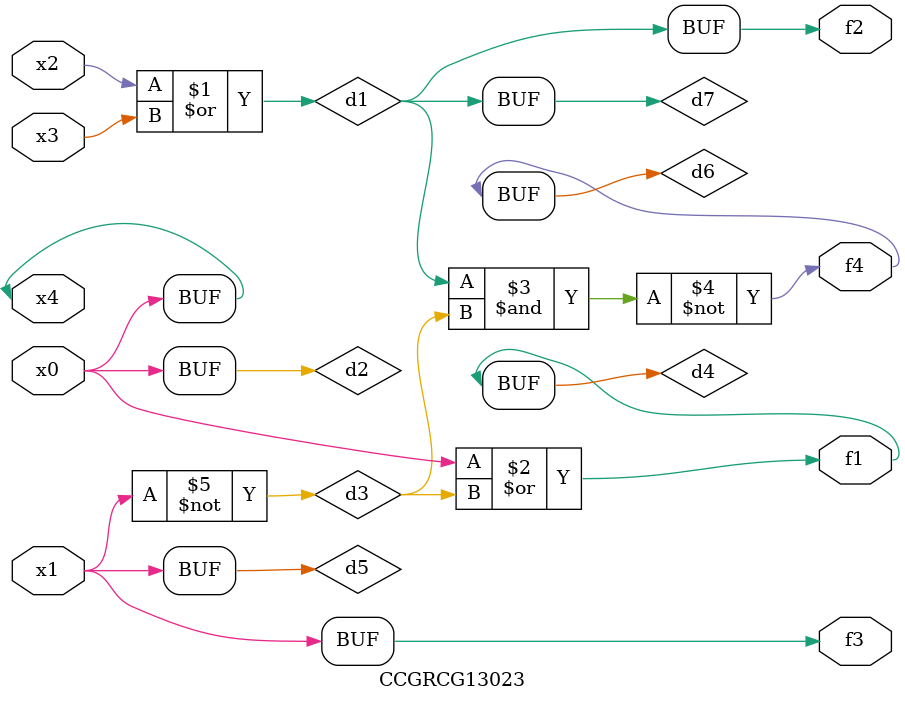
<source format=v>
module CCGRCG13023(
	input x0, x1, x2, x3, x4,
	output f1, f2, f3, f4
);

	wire d1, d2, d3, d4, d5, d6, d7;

	or (d1, x2, x3);
	buf (d2, x0, x4);
	not (d3, x1);
	or (d4, d2, d3);
	not (d5, d3);
	nand (d6, d1, d3);
	or (d7, d1);
	assign f1 = d4;
	assign f2 = d7;
	assign f3 = d5;
	assign f4 = d6;
endmodule

</source>
